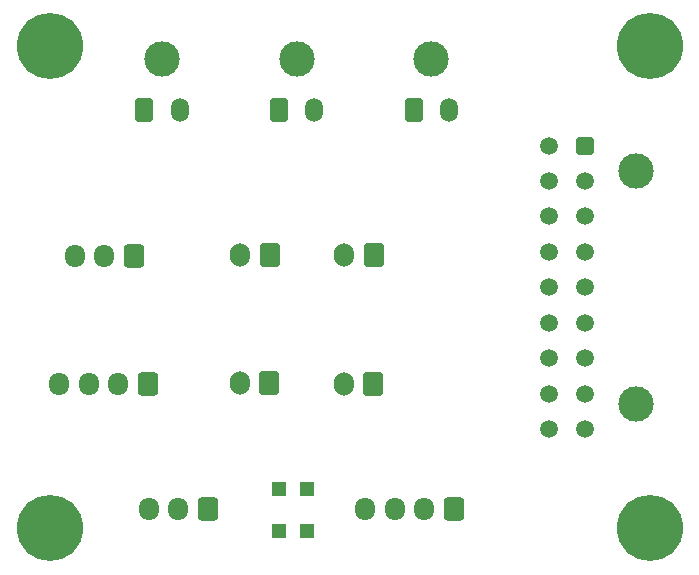
<source format=gbr>
%TF.GenerationSoftware,KiCad,Pcbnew,(6.0.6)*%
%TF.CreationDate,2022-08-12T20:52:17+02:00*%
%TF.ProjectId,breakbox_pcb,62726561-6b62-46f7-985f-7063622e6b69,rev?*%
%TF.SameCoordinates,Original*%
%TF.FileFunction,Soldermask,Top*%
%TF.FilePolarity,Negative*%
%FSLAX46Y46*%
G04 Gerber Fmt 4.6, Leading zero omitted, Abs format (unit mm)*
G04 Created by KiCad (PCBNEW (6.0.6)) date 2022-08-12 20:52:17*
%MOMM*%
%LPD*%
G01*
G04 APERTURE LIST*
G04 Aperture macros list*
%AMRoundRect*
0 Rectangle with rounded corners*
0 $1 Rounding radius*
0 $2 $3 $4 $5 $6 $7 $8 $9 X,Y pos of 4 corners*
0 Add a 4 corners polygon primitive as box body*
4,1,4,$2,$3,$4,$5,$6,$7,$8,$9,$2,$3,0*
0 Add four circle primitives for the rounded corners*
1,1,$1+$1,$2,$3*
1,1,$1+$1,$4,$5*
1,1,$1+$1,$6,$7*
1,1,$1+$1,$8,$9*
0 Add four rect primitives between the rounded corners*
20,1,$1+$1,$2,$3,$4,$5,0*
20,1,$1+$1,$4,$5,$6,$7,0*
20,1,$1+$1,$6,$7,$8,$9,0*
20,1,$1+$1,$8,$9,$2,$3,0*%
G04 Aperture macros list end*
%ADD10R,1.200000X1.200000*%
%ADD11C,5.600000*%
%ADD12C,3.000000*%
%ADD13RoundRect,0.250001X-0.499999X0.499999X-0.499999X-0.499999X0.499999X-0.499999X0.499999X0.499999X0*%
%ADD14C,1.500000*%
%ADD15RoundRect,0.250000X0.600000X0.725000X-0.600000X0.725000X-0.600000X-0.725000X0.600000X-0.725000X0*%
%ADD16O,1.700000X1.950000*%
%ADD17RoundRect,0.250000X0.600000X0.750000X-0.600000X0.750000X-0.600000X-0.750000X0.600000X-0.750000X0*%
%ADD18O,1.700000X2.000000*%
%ADD19RoundRect,0.250001X-0.499999X-0.759999X0.499999X-0.759999X0.499999X0.759999X-0.499999X0.759999X0*%
%ADD20O,1.500000X2.020000*%
G04 APERTURE END LIST*
D10*
%TO.C,REF\u002A\u002A*%
X74100000Y-95600000D03*
X76500000Y-95600000D03*
%TD*%
%TO.C,REF\u002A\u002A*%
X74100000Y-92100000D03*
X76500000Y-92100000D03*
%TD*%
D11*
%TO.C,REF\u002A\u002A*%
X54700000Y-95400000D03*
%TD*%
%TO.C,REF\u002A\u002A*%
X105500000Y-54600000D03*
%TD*%
D12*
%TO.C,Breakbox Out*%
X104320000Y-84860000D03*
X104320000Y-65160000D03*
D13*
X100000000Y-63000000D03*
D14*
X100000000Y-66000000D03*
X100000000Y-69000000D03*
X100000000Y-72000000D03*
X100000000Y-75000000D03*
X100000000Y-78000000D03*
X100000000Y-81000000D03*
X100000000Y-84000000D03*
X100000000Y-87000000D03*
X97000000Y-63000000D03*
X97000000Y-66000000D03*
X97000000Y-69000000D03*
X97000000Y-72000000D03*
X97000000Y-75000000D03*
X97000000Y-78000000D03*
X97000000Y-81000000D03*
X97000000Y-84000000D03*
X97000000Y-87000000D03*
%TD*%
D15*
%TO.C,Neo Pixel*%
X68100000Y-93800000D03*
D16*
X65600000Y-93800000D03*
X63100000Y-93800000D03*
%TD*%
D17*
%TO.C,Fan 1*%
X82150000Y-72300000D03*
D18*
X79650000Y-72300000D03*
%TD*%
D11*
%TO.C,REF\u002A\u002A*%
X54700000Y-54600000D03*
%TD*%
D12*
%TO.C,Therm 0 In*%
X75600000Y-55650000D03*
D19*
X74100000Y-59970000D03*
D20*
X77100000Y-59970000D03*
%TD*%
D15*
%TO.C,Probe*%
X61800000Y-72325000D03*
D16*
X59300000Y-72325000D03*
X56800000Y-72325000D03*
%TD*%
D17*
%TO.C,Endstop Y*%
X82100000Y-83150000D03*
D18*
X79600000Y-83150000D03*
%TD*%
D12*
%TO.C,Therm 1 In*%
X64200000Y-55650000D03*
D19*
X62700000Y-59970000D03*
D20*
X65700000Y-59970000D03*
%TD*%
D15*
%TO.C,E-Motor*%
X88900000Y-93800000D03*
D16*
X86400000Y-93800000D03*
X83900000Y-93800000D03*
X81400000Y-93800000D03*
%TD*%
D12*
%TO.C,HE In*%
X87000000Y-55650000D03*
D19*
X85500000Y-59970000D03*
D20*
X88500000Y-59970000D03*
%TD*%
D11*
%TO.C,REF\u002A\u002A*%
X105500000Y-95400000D03*
%TD*%
D15*
%TO.C,Endstops X/Y*%
X63000000Y-83225000D03*
D16*
X60500000Y-83225000D03*
X58000000Y-83225000D03*
X55500000Y-83225000D03*
%TD*%
D17*
%TO.C,Fan 0*%
X73350000Y-72300000D03*
D18*
X70850000Y-72300000D03*
%TD*%
D17*
%TO.C,Endstop X*%
X73300000Y-83125000D03*
D18*
X70800000Y-83125000D03*
%TD*%
M02*

</source>
